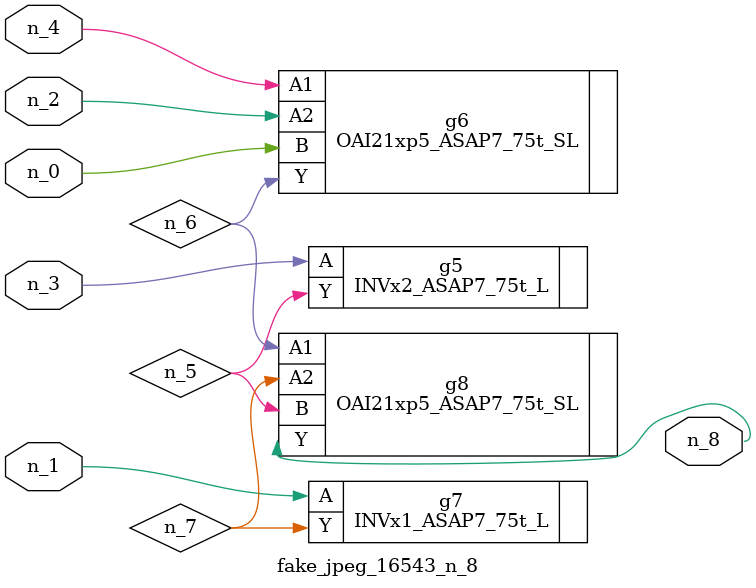
<source format=v>
module fake_jpeg_16543_n_8 (n_3, n_2, n_1, n_0, n_4, n_8);

input n_3;
input n_2;
input n_1;
input n_0;
input n_4;

output n_8;

wire n_6;
wire n_5;
wire n_7;

INVx2_ASAP7_75t_L g5 ( 
.A(n_3),
.Y(n_5)
);

OAI21xp5_ASAP7_75t_SL g6 ( 
.A1(n_4),
.A2(n_2),
.B(n_0),
.Y(n_6)
);

INVx1_ASAP7_75t_L g7 ( 
.A(n_1),
.Y(n_7)
);

OAI21xp5_ASAP7_75t_SL g8 ( 
.A1(n_6),
.A2(n_7),
.B(n_5),
.Y(n_8)
);


endmodule
</source>
